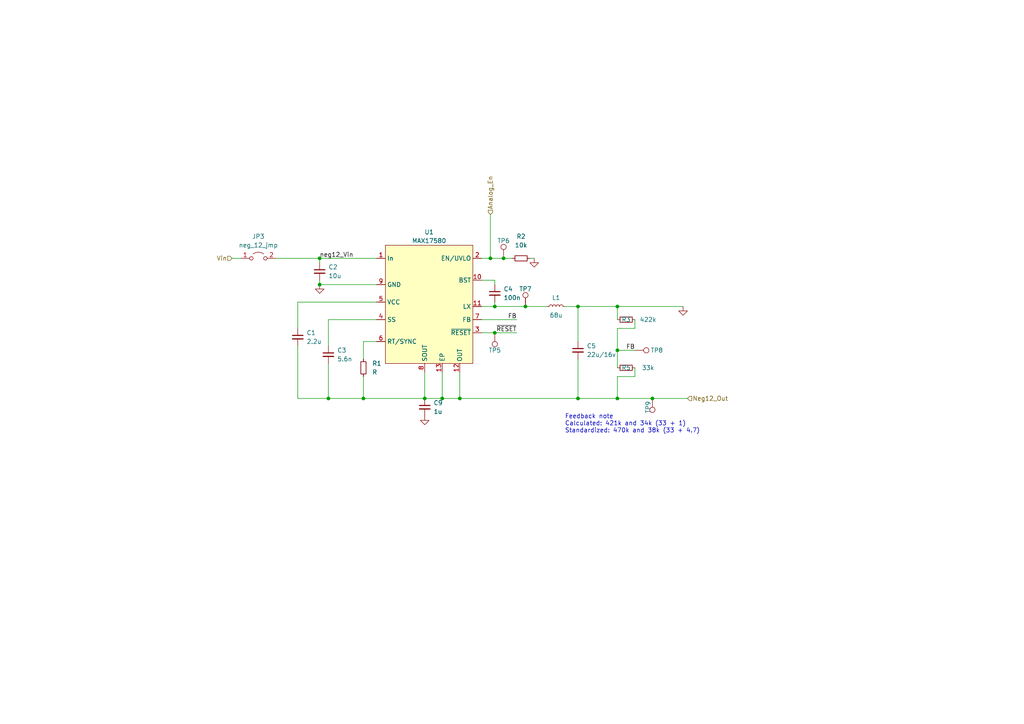
<source format=kicad_sch>
(kicad_sch (version 20230121) (generator eeschema)
  (paper "A4")
  (lib_symbols
    (symbol "Device:L_Small" (pin_numbers hide) (pin_names (offset 0.254) hide)
      (property "Reference" "L" (at 0.762 1.016 0))
      (property "Value" "L_Small" (at 0.762 -1.016 0))
      (symbol "L_Small_0_1"
        (arc (start 0 -2.032) (mid 0.5058 -1.524) (end 0 -1.016))
        (arc (start 0 -1.016) (mid 0.5058 -0.508) (end 0 0))
        (arc (start 0 0) (mid 0.5058 0.508) (end 0 1.016))
        (arc (start 0 1.016) (mid 0.5058 1.524) (end 0 2.032))
      )
      (symbol "L_Small_1_1"
        (pin passive line (at 0 2.54 270) (length 0.508) (name "~") (number "1"))
        (pin passive line (at 0 -2.54 90) (length 0.508) (name "~") (number "2"))
      )
    )
    (symbol "Jumper:Jumper_2_Open" (pin_names (offset 0) hide)
      (property "Reference" "JP" (at 0 2.794 0))
      (property "Value" "Jumper_2_Open" (at 0 -2.286 0))
      (symbol "Jumper_2_Open_0_0"
        (circle (center -2.032 0) (radius 0.508))
        (circle (center 2.032 0) (radius 0.508))
      )
      (symbol "Jumper_2_Open_0_1"
        (arc (start 1.524 1.27) (mid 0 1.778) (end -1.524 1.27))
      )
      (symbol "Jumper_2_Open_1_1"
        (pin passive line (at -5.08 0 0) (length 2.54) (name "A") (number "1"))
        (pin passive line (at 5.08 0 180) (length 2.54) (name "B") (number "2"))
      )
    )
    (symbol "My Library:C_0805" (pin_numbers hide) (pin_names (offset 0.254) hide)
      (property "Reference" "C" (at 0.254 1.778 0))
      (property "Value" "C_0805" (at 0.254 -2.032 0))
      (symbol "C_0805_0_1"
        (polyline (pts (xy -1.524 -0.508) (xy 1.524 -0.508)) (stroke (width 0.3302)))
        (polyline (pts (xy -1.524 0.508) (xy 1.524 0.508)) (stroke (width 0.3048)))
      )
      (symbol "C_0805_1_1"
        (pin passive line (at 0 2.54 270) (length 2.032) (name "~") (number "1"))
        (pin passive line (at 0 -2.54 90) (length 2.032) (name "~") (number "2"))
      )
    )
    (symbol "My Library:MAX17580"
      (property "Reference" "U1" (at 0 22.86 0))
      (property "Value" "MAX17580" (at 0 20.32 0))
      (symbol "MAX17580_0_1"
        (rectangle (start -12.7 19.05) (end 12.7 -15.24) (fill (type background)))
      )
      (symbol "MAX17580_1_1"
        (pin power_in line (at -15.24 15.24 0) (length 2.54) (name "In") (number "1"))
        (pin input line (at 15.24 8.89 180) (length 2.54) (name "BST") (number "10"))
        (pin output line (at 15.24 1.27 180) (length 2.54) (name "LX") (number "11"))
        (pin power_out line (at 8.89 -17.78 90) (length 2.54) (name "OUT") (number "12"))
        (pin power_in line (at 3.81 -17.78 90) (length 2.54) (name "EP") (number "13"))
        (pin input line (at 15.24 15.24 180) (length 2.54) (name "EN/UVLO") (number "2"))
        (pin output line (at 15.24 -6.35 180) (length 2.54) (name "~{RESET}") (number "3"))
        (pin power_out line (at -15.24 -2.54 0) (length 2.54) (name "SS") (number "4"))
        (pin power_in line (at -15.24 2.54 0) (length 2.54) (name "VCC") (number "5"))
        (pin input line (at -15.24 -8.89 0) (length 2.54) (name "RT/SYNC") (number "6"))
        (pin input line (at 15.24 -2.54 180) (length 2.54) (name "FB") (number "7"))
        (pin power_out line (at -1.27 -17.78 90) (length 2.54) (name "SOUT") (number "8"))
        (pin power_in line (at -15.24 7.62 0) (length 2.54) (name "GND") (number "9"))
      )
    )
    (symbol "My Library:R_0805" (pin_numbers hide) (pin_names (offset 0.254) hide)
      (property "Reference" "R" (at 0.762 0.508 0))
      (property "Value" "R_0805" (at 0.762 -1.016 0))
      (symbol "R_0805_0_1"
        (rectangle (start -0.762 1.778) (end 0.762 -1.778) (stroke (width 0.2032)))
      )
      (symbol "R_0805_1_1"
        (pin passive line (at 0 2.54 270) (length 0.762) (name "~") (number "1"))
        (pin passive line (at 0 -2.54 90) (length 0.762) (name "~") (number "2"))
      )
    )
    (symbol "My Library:TestPoint_Harwin" (pin_numbers hide) (pin_names (offset 0.762) hide)
      (property "Reference" "TP" (at 0 6.858 0))
      (symbol "TestPoint_Harwin_0_1"
        (circle (center 0 3.302) (radius 0.762))
      )
      (symbol "TestPoint_Harwin_1_1"
        (pin passive line (at 0 0 90) (length 2.54) (name "1") (number "1"))
      )
    )
    (symbol "power:GND" (power) (pin_names (offset 0))
      (property "Value" "GND" (at 0 -3.81 0))
      (symbol "GND_0_1"
        (polyline (pts (xy 0 0) (xy 0 -1.27) (xy 1.27 -1.27) (xy 0 -2.54) (xy -1.27 -1.27) (xy 0 -1.27)))
      )
      (symbol "GND_1_1"
        (pin power_in line (at 0 0 270) (length 0) hide (name "GND") (number "1"))
      )
    )
  )
  (junction (at 167.64 115.57))
  (junction (at 146.05 74.93))
  (junction (at 92.71 74.93))
  (junction (at 105.41 115.57))
  (junction (at 128.27 115.57))
  (junction (at 179.07 115.57))
  (junction (at 179.07 88.9))
  (junction (at 143.51 88.9))
  (junction (at 189.23 115.57))
  (junction (at 167.64 88.9))
  (junction (at 123.19 115.57))
  (junction (at 143.51 96.52))
  (junction (at 179.07 101.6))
  (junction (at 142.24 74.93))
  (junction (at 133.35 115.57))
  (junction (at 152.4 88.9))
  (junction (at 92.71 82.55))
  (junction (at 95.25 115.57))
  (wire (pts (xy 143.51 88.9) (xy 139.7 88.9)))
  (wire (pts (xy 86.36 87.63) (xy 109.22 87.63)))
  (wire (pts (xy 179.07 109.22) (xy 179.07 115.57)))
  (wire (pts (xy 179.07 109.22) (xy 184.15 109.22)))
  (wire (pts (xy 179.07 88.9) (xy 179.07 92.71)))
  (wire (pts (xy 92.71 82.55) (xy 109.22 82.55)))
  (wire (pts (xy 143.51 81.28) (xy 143.51 82.55)))
  (wire (pts (xy 92.71 74.93) (xy 92.71 76.2)))
  (wire (pts (xy 179.07 115.57) (xy 189.23 115.57)))
  (wire (pts (xy 139.7 92.71) (xy 149.86 92.71)))
  (wire (pts (xy 167.64 115.57) (xy 167.64 104.14)))
  (wire (pts (xy 133.35 115.57) (xy 167.64 115.57)))
  (wire (pts (xy 142.24 74.93) (xy 146.05 74.93)))
  (wire (pts (xy 179.07 101.6) (xy 184.15 101.6)))
  (wire (pts (xy 143.51 87.63) (xy 143.51 88.9)))
  (wire (pts (xy 179.07 88.9) (xy 167.64 88.9)))
  (wire (pts (xy 133.35 107.95) (xy 133.35 115.57)))
  (wire (pts (xy 139.7 81.28) (xy 143.51 81.28)))
  (wire (pts (xy 128.27 115.57) (xy 133.35 115.57)))
  (wire (pts (xy 179.07 95.25) (xy 184.15 95.25)))
  (wire (pts (xy 163.83 88.9) (xy 167.64 88.9)))
  (wire (pts (xy 179.07 88.9) (xy 198.12 88.9)))
  (wire (pts (xy 153.67 74.93) (xy 154.94 74.93)))
  (wire (pts (xy 105.41 99.06) (xy 105.41 104.14)))
  (wire (pts (xy 179.07 115.57) (xy 167.64 115.57)))
  (wire (pts (xy 142.24 62.23) (xy 142.24 74.93)))
  (wire (pts (xy 167.64 88.9) (xy 167.64 99.06)))
  (wire (pts (xy 184.15 106.68) (xy 184.15 109.22)))
  (wire (pts (xy 143.51 96.52) (xy 149.86 96.52)))
  (wire (pts (xy 184.15 92.71) (xy 184.15 95.25)))
  (wire (pts (xy 143.51 88.9) (xy 152.4 88.9)))
  (wire (pts (xy 105.41 115.57) (xy 123.19 115.57)))
  (wire (pts (xy 105.41 109.22) (xy 105.41 115.57)))
  (wire (pts (xy 123.19 107.95) (xy 123.19 115.57)))
  (wire (pts (xy 80.01 74.93) (xy 92.71 74.93)))
  (wire (pts (xy 86.36 115.57) (xy 95.25 115.57)))
  (wire (pts (xy 92.71 74.93) (xy 109.22 74.93)))
  (wire (pts (xy 128.27 107.95) (xy 128.27 115.57)))
  (wire (pts (xy 179.07 95.25) (xy 179.07 101.6)))
  (wire (pts (xy 123.19 115.57) (xy 128.27 115.57)))
  (wire (pts (xy 95.25 115.57) (xy 105.41 115.57)))
  (wire (pts (xy 146.05 74.93) (xy 148.59 74.93)))
  (wire (pts (xy 95.25 100.33) (xy 95.25 92.71)))
  (wire (pts (xy 95.25 105.41) (xy 95.25 115.57)))
  (wire (pts (xy 109.22 99.06) (xy 105.41 99.06)))
  (wire (pts (xy 92.71 81.28) (xy 92.71 82.55)))
  (wire (pts (xy 67.31 74.93) (xy 69.85 74.93)))
  (wire (pts (xy 179.07 101.6) (xy 179.07 106.68)))
  (wire (pts (xy 86.36 100.33) (xy 86.36 115.57)))
  (wire (pts (xy 95.25 92.71) (xy 109.22 92.71)))
  (wire (pts (xy 152.4 88.9) (xy 158.75 88.9)))
  (wire (pts (xy 189.23 115.57) (xy 199.39 115.57)))
  (wire (pts (xy 139.7 96.52) (xy 143.51 96.52)))
  (wire (pts (xy 86.36 87.63) (xy 86.36 95.25)))
  (wire (pts (xy 139.7 74.93) (xy 142.24 74.93)))
  (text "Feedback note\nCalculated: 421k and 34k (33 + 1)\nStandardized: 470k and 38k (33 + 4.7)" (at 163.83 125.73 0) (effects (font (size 1.27 1.27)) (justify left bottom)))
  (label "FB" (at 149.86 92.71 180))
  (label "neg12_Vin" (at 92.71 74.93 0))
  (label "~{RESET}" (at 149.86 96.52 180))
  (label "FB" (at 184.15 101.6 180))
  (hierarchical_label "Analog_En" (shape input) (at 142.24 62.23 90))
  (hierarchical_label "Vin" (shape input) (at 67.31 74.93 180))
  (hierarchical_label "Neg12_Out" (shape input) (at 199.39 115.57 0))
  (symbol (lib_id "My Library:TestPoint_Harwin") (at 146.05 74.93 0) (unit 1)
    (property "Reference" "TP6" (at 146.05 69.85 0))
    (property "Value" "TestPoint_Harwin" (effects hide))
    (property "Footprint" "TestPoint:TestPoint_Pad_1.0x1.0mm" (effects hide))
  )
  (symbol (lib_id "My Library:C_0805") (at 92.71 78.74 0) (unit 1)
    (property "Reference" "C2" (at 95.25 77.4762 0) (effects (justify left)))
    (property "Value" "10u" (at 95.25 80.0162 0) (effects (justify left)))
    (property "Footprint" "Capacitor_SMD:C_0805_2012Metric" (effects hide))
  )
  (symbol (lib_id "power:GND") (at 154.94 74.93 0) (unit 1)
    (property "Reference" "#PWR0101" (effects hide))
    (property "Value" "GND" (effects hide))
  )
  (symbol (lib_id "My Library:TestPoint_Harwin") (at 184.15 101.6 270) (unit 1)
    (property "Reference" "TP8" (at 190.5 101.6 90))
    (property "Value" "TestPoint_Harwin" (effects hide))
    (property "Footprint" "TestPoint:TestPoint_Pad_1.0x1.0mm" (effects hide))
  )
  (symbol (lib_id "My Library:TestPoint_Harwin") (at 189.23 115.57 180) (unit 1)
    (property "Reference" "TP9" (at 187.96 118.11 90))
    (property "Value" "TestPoint_Harwin" (effects hide))
    (property "Footprint" "My Libraries:Harwin-S1751-46-Test-Point" (effects hide))
  )
  (symbol (lib_id "Device:L_Small") (at 161.29 88.9 90) (unit 1)
    (property "Reference" "L1" (at 161.29 86.36 90))
    (property "Value" "68u" (at 161.29 91.44 90))
    (property "Footprint" "Inductor_SMD:L_Taiyo-Yuden_NR-80xx" (effects hide))
    (property "MFN" "NR8040T680M" (effects hide))
  )
  (symbol (lib_id "power:GND") (at 92.71 82.55 0) (unit 1)
    (property "Reference" "#PWR0102" (effects hide))
    (property "Value" "GND" (effects hide))
  )
  (symbol (lib_id "My Library:C_0805") (at 123.19 118.11 0) (unit 1)
    (property "Reference" "C9" (at 125.73 116.8462 0) (effects (justify left)))
    (property "Value" "1u" (at 125.73 119.3862 0) (effects (justify left)))
    (property "Footprint" "Capacitor_SMD:C_0805_2012Metric" (effects hide))
  )
  (symbol (lib_id "My Library:C_0805") (at 167.64 101.6 0) (unit 1)
    (property "Reference" "C5" (at 170.18 100.3362 0) (effects (justify left)))
    (property "Value" "22u/16v" (at 170.18 102.8762 0) (effects (justify left)))
    (property "Footprint" "Capacitor_SMD:C_0805_2012Metric" (effects hide))
  )
  (symbol (lib_id "power:GND") (at 198.12 88.9 0) (unit 1)
    (property "Reference" "#PWR0103" (effects hide))
    (property "Value" "GND" (effects hide))
  )
  (symbol (lib_id "My Library:R_0805") (at 181.61 92.71 90) (unit 1)
    (property "Reference" "R3" (at 181.61 92.71 90))
    (property "Value" "422k" (at 187.96 92.71 90))
    (property "Footprint" "Resistor_SMD:R_0805_2012Metric" (effects hide))
  )
  (symbol (lib_id "My Library:R_0805") (at 181.61 106.68 90) (unit 1)
    (property "Reference" "R5" (at 181.61 106.68 90))
    (property "Value" "33k" (at 187.96 106.68 90))
    (property "Footprint" "Resistor_SMD:R_0805_2012Metric" (effects hide))
  )
  (symbol (lib_id "My Library:TestPoint_Harwin") (at 152.4 88.9 0) (unit 1)
    (property "Reference" "TP7" (at 152.4 83.82 0))
    (property "Value" "TestPoint_Harwin" (effects hide))
    (property "Footprint" "My Libraries:Harwin-S1751-46-Test-Point" (effects hide))
  )
  (symbol (lib_id "My Library:C_0805") (at 143.51 85.09 0) (unit 1)
    (property "Reference" "C4" (at 146.05 83.8262 0) (effects (justify left)))
    (property "Value" "100n" (at 146.05 86.3662 0) (effects (justify left)))
    (property "Footprint" "Capacitor_SMD:C_0603_1608Metric" (effects hide))
  )
  (symbol (lib_id "My Library:C_0805") (at 86.36 97.79 0) (unit 1)
    (property "Reference" "C1" (at 88.9 96.5262 0) (effects (justify left)))
    (property "Value" "2.2u" (at 88.9 99.0662 0) (effects (justify left)))
    (property "Footprint" "Capacitor_SMD:C_0603_1608Metric" (effects hide))
  )
  (symbol (lib_id "My Library:R_0805") (at 105.41 106.68 0) (unit 1)
    (property "Reference" "R1" (at 107.95 105.4099 0) (effects (justify left)))
    (property "Value" "R" (at 107.95 107.9499 0) (effects (justify left)))
    (property "Footprint" "Resistor_SMD:R_0402_1005Metric" (effects hide))
  )
  (symbol (lib_id "My Library:C_0805") (at 95.25 102.87 0) (unit 1)
    (property "Reference" "C3" (at 97.79 101.6062 0) (effects (justify left)))
    (property "Value" "5.6n" (at 97.79 104.1462 0) (effects (justify left)))
    (property "Footprint" "Capacitor_SMD:C_0603_1608Metric" (effects hide))
  )
  (symbol (lib_id "Jumper:Jumper_2_Open") (at 74.93 74.93 0) (unit 1)
    (property "Reference" "JP3" (at 74.93 68.58 0))
    (property "Value" "neg_12_jmp" (at 74.93 71.12 0))
    (property "Footprint" "Jumper:SolderJumper-2_P1.3mm_Open_TrianglePad1.0x1.5mm" (effects hide))
  )
  (symbol (lib_id "My Library:TestPoint_Harwin") (at 143.51 96.52 180) (unit 1)
    (property "Reference" "TP5" (at 143.51 101.6 0))
    (property "Value" "TestPoint_Harwin" (effects hide))
    (property "Footprint" "TestPoint:TestPoint_Pad_1.0x1.0mm" (effects hide))
  )
  (symbol (lib_id "My Library:R_0805") (at 151.13 74.93 90) (unit 1)
    (property "Reference" "R2" (at 151.13 68.58 90))
    (property "Value" "10k" (at 151.13 71.12 90))
    (property "Footprint" "Resistor_SMD:R_0805_2012Metric" (effects hide))
  )
  (symbol (lib_id "power:GND") (at 123.19 120.65 0) (unit 1)
    (property "Reference" "#PWR0119" (effects hide))
    (property "Value" "GND" (effects hide))
  )
  (symbol (lib_id "My Library:MAX17580") (at 124.46 90.17 0) (unit 1)
    (property "Reference" "U1" (at 124.46 67.31 0))
    (property "Value" "MAX17580" (at 124.46 69.85 0))
    (property "Footprint" "Package_DFN_QFN:DFN-12-1EP_3x3mm_P0.5mm_EP2.05x2.86mm" (effects hide))
  )
)
</source>
